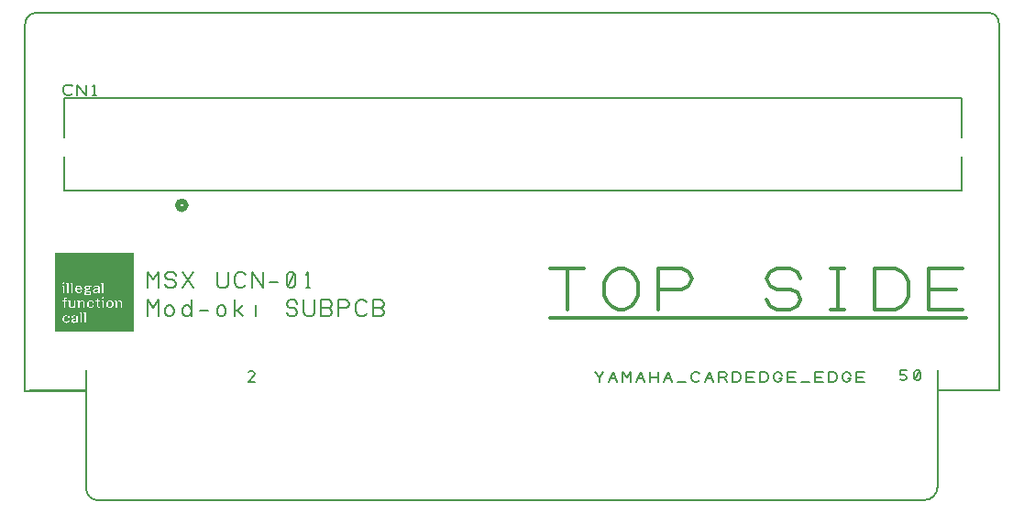
<source format=gbr>
G04 DesignSpark PCB PRO Gerber Version 10.0 Build 5299*
G04 #@! TF.Part,Single*
G04 #@! TF.FileFunction,Legend,Top*
G04 #@! TF.FilePolarity,Positive*
%FSLAX35Y35*%
%MOIN*%
%ADD80C,0.00197*%
%ADD23C,0.00500*%
%ADD117C,0.00600*%
%ADD82C,0.00787*%
%ADD134C,0.01181*%
%ADD118C,0.02000*%
G04 #@! TD.AperFunction*
X0Y0D02*
D02*
D23*
X133632Y161546D02*
X133320Y161233D01*
X132694Y160920D01*
X131757D01*
X131132Y161233D01*
X130820Y161546D01*
X130507Y162170D01*
Y163420D01*
X130820Y164046D01*
X131132Y164358D01*
X131757Y164670D01*
X132694D01*
X133320Y164358D01*
X133632Y164046D01*
X135507Y160920D02*
Y164670D01*
X138632Y160920D01*
Y164670D01*
X141132Y160920D02*
X142382D01*
X141757D02*
Y164670D01*
X141132Y164046D01*
X142863Y13541D02*
X443513D01*
G75*
G03*
X448256Y18283I0J4743D01*
G01*
Y53391D01*
X470596D01*
Y187243D01*
G75*
G03*
X467023Y190816I-3573J0D01*
G01*
X120594D01*
G75*
G03*
X116529Y186751I0J-4065D01*
G01*
Y53142D01*
X138744D01*
Y17659D01*
G75*
G03*
X142863Y13541I4119J0D01*
G01*
X325251Y56439D02*
Y58315D01*
X323689Y60189D01*
X325251Y58315D02*
X326814Y60189D01*
X328689Y56439D02*
X330251Y60189D01*
X331814Y56439D01*
X329314Y58002D02*
X331189D01*
X333689Y56439D02*
Y60189D01*
X335251Y58315D01*
X336814Y60189D01*
Y56439D01*
X338689D02*
X340251Y60189D01*
X341814Y56439D01*
X339314Y58002D02*
X341189D01*
X343689Y56439D02*
Y60189D01*
Y58315D02*
X346814D01*
Y56439D02*
Y60189D01*
X348689Y56439D02*
X350251Y60189D01*
X351814Y56439D01*
X349314Y58002D02*
X351189D01*
X353689Y56439D02*
X356814D01*
X361814Y57065D02*
X361501Y56752D01*
X360876Y56439D01*
X359939D01*
X359314Y56752D01*
X359001Y57065D01*
X358689Y57689D01*
Y58939D01*
X359001Y59565D01*
X359314Y59877D01*
X359939Y60189D01*
X360876D01*
X361501Y59877D01*
X361814Y59565D01*
X363689Y56439D02*
X365251Y60189D01*
X366814Y56439D01*
X364314Y58002D02*
X366189D01*
X368689Y56439D02*
Y60189D01*
X370876D01*
X371501Y59877D01*
X371814Y59252D01*
X371501Y58627D01*
X370876Y58315D01*
X368689D01*
X370876D02*
X371814Y56439D01*
X373689D02*
Y60189D01*
X375564D01*
X376189Y59877D01*
X376501Y59565D01*
X376814Y58939D01*
Y57689D01*
X376501Y57065D01*
X376189Y56752D01*
X375564Y56439D01*
X373689D01*
X378689D02*
Y60189D01*
X381814D01*
X381189Y58315D02*
X378689D01*
Y56439D02*
X381814D01*
X383689D02*
Y60189D01*
X385564D01*
X386189Y59877D01*
X386501Y59565D01*
X386814Y58939D01*
Y57689D01*
X386501Y57065D01*
X386189Y56752D01*
X385564Y56439D01*
X383689D01*
X390876Y58002D02*
X391814D01*
Y57689D01*
X391501Y57065D01*
X391189Y56752D01*
X390564Y56439D01*
X389939D01*
X389314Y56752D01*
X389001Y57065D01*
X388689Y57689D01*
Y58939D01*
X389001Y59565D01*
X389314Y59877D01*
X389939Y60189D01*
X390564D01*
X391189Y59877D01*
X391501Y59565D01*
X391814Y58939D01*
X393689Y56439D02*
Y60189D01*
X396814D01*
X396189Y58315D02*
X393689D01*
Y56439D02*
X396814D01*
X398689D02*
X401814D01*
X403689D02*
Y60189D01*
X406814D01*
X406189Y58315D02*
X403689D01*
Y56439D02*
X406814D01*
X408689D02*
Y60189D01*
X410564D01*
X411189Y59877D01*
X411501Y59565D01*
X411814Y58939D01*
Y57689D01*
X411501Y57065D01*
X411189Y56752D01*
X410564Y56439D01*
X408689D01*
X415876Y58002D02*
X416814D01*
Y57689D01*
X416501Y57065D01*
X416189Y56752D01*
X415564Y56439D01*
X414939D01*
X414314Y56752D01*
X414001Y57065D01*
X413689Y57689D01*
Y58939D01*
X414001Y59565D01*
X414314Y59877D01*
X414939Y60189D01*
X415564D01*
X416189Y59877D01*
X416501Y59565D01*
X416814Y58939D01*
X418689Y56439D02*
Y60189D01*
X421814D01*
X421189Y58315D02*
X418689D01*
Y56439D02*
X421814D01*
D02*
D80*
X127288Y75302D02*
X155589D01*
X127288Y75802D02*
X155589D01*
X127288Y76302D02*
X155589D01*
X127288Y77102D02*
X155589D01*
X127288Y77602D02*
X155589D01*
X127288Y78102D02*
X131088D01*
X127288Y78602D02*
X130189D01*
X127288Y79102D02*
X129888D01*
X127288Y79602D02*
X129888D01*
X127288Y80102D02*
X129989D01*
X127288Y80602D02*
X130188D01*
X127288Y80902D02*
X130588D01*
X127288Y81402D02*
X136289D01*
X127288Y81902D02*
X135988D01*
X127288Y82402D02*
X155589D01*
X127288Y82902D02*
X155589D01*
X127288Y83402D02*
X155589D01*
X127288Y83902D02*
X130289Y83902D01*
X127288Y84402D02*
X130289Y84402D01*
X127288Y84702D02*
X130289Y84702D01*
X127288Y85202D02*
X130289Y85202D01*
X127288Y85702D02*
X130289D01*
X127288Y86202D02*
X129789D01*
X127288Y86702D02*
X130289D01*
X127288Y87202D02*
X130389Y87202D01*
X127288Y87702D02*
X155589D01*
X127288Y88202D02*
X138489Y88202D01*
X127288Y88502D02*
X137789D01*
X127288Y89002D02*
X135289D01*
X127288Y89502D02*
X129989D01*
X127288Y90002D02*
X129989D01*
X127288Y90502D02*
X129989D01*
X127288Y91002D02*
X129989D01*
X127288Y91502D02*
X129689D01*
X127288Y92002D02*
X131489D01*
X127288Y92802D02*
X129888D01*
X127288Y93302D02*
X155589D01*
X127288Y93802D02*
X155589D01*
X127288Y94302D02*
X155589D01*
X127288Y94802D02*
X155589D01*
X127288Y95302D02*
X155589D01*
X127288Y95802D02*
X155589D01*
X127288Y96602D02*
X155589D01*
X127288Y97102D02*
X155589D01*
X127288Y97602D02*
X155589D01*
X127288Y98102D02*
X155589D01*
X127288Y98602D02*
X155589D01*
X127288Y99102D02*
X155589D01*
X127288Y99602D02*
X155589D01*
X127288Y100102D02*
X155589D01*
X127288Y100402D02*
X155589D01*
X127288Y100902D02*
X155589D01*
X127288Y101402D02*
X155589D01*
X127288Y101902D02*
X155589D01*
X127288Y102402D02*
X155589D01*
X127288Y102902D02*
X155589D01*
X127288Y103402D02*
X155589D01*
X127289Y75402D02*
X155589Y75402D01*
X127289Y75502D02*
X155589D01*
X127289Y75602D02*
X155589Y75603D01*
X127289Y75702D02*
X155588D01*
X127289Y75902D02*
X155589D01*
X127289Y76002D02*
X155589D01*
X127289Y76102D02*
X155589Y76102D01*
X127289Y76202D02*
X155588D01*
X127289Y76402D02*
X155589D01*
X127289Y76502D02*
X155589Y76502D01*
X127289Y76602D02*
X155589Y76602D01*
X127289Y76702D02*
X155588D01*
X127289Y76802D02*
X155589D01*
X127289Y76902D02*
X155589D01*
X127289Y77002D02*
X155589Y77002D01*
X127289Y77202D02*
X155588D01*
X127289Y77302D02*
X155589D01*
X127289Y77402D02*
X155589D01*
X127289Y77502D02*
X155589Y77502D01*
X127289Y77702D02*
X155589Y77702D01*
X127289Y77802D02*
X155589D01*
X127289Y77902D02*
X155589D01*
X127289Y78002D02*
X155589Y78002D01*
X127289Y78202D02*
X130689Y78202D01*
X127289Y78302D02*
X130489D01*
X127289Y78402D02*
X130288Y78402D01*
X127289Y78502D02*
X130189Y78502D01*
X127289Y78702D02*
X130089D01*
X127289Y78802D02*
X129989D01*
X127289Y78902D02*
X129989Y78902D01*
X127289Y79002D02*
X129988D01*
X127289Y79202D02*
X129889D01*
X127289Y79302D02*
X129889D01*
X127289Y79402D02*
X129889D01*
X127289Y79502D02*
X129889D01*
X127289Y79702D02*
X129889D01*
X127289Y79802D02*
X129889D01*
X127289Y79902D02*
X129888Y79902D01*
X127289Y80002D02*
X129889D01*
X127289Y80202D02*
X129988D01*
X127289Y80302D02*
X129988D01*
X127289Y80402D02*
X130088Y80402D01*
X127289Y80502D02*
X130188D01*
X127289Y80702D02*
X130288D01*
X127289Y80802D02*
X130488D01*
X127289Y81002D02*
X130889D01*
X127289Y81102D02*
X136289D01*
X127289Y81202D02*
X136289D01*
X127289Y81302D02*
X136289Y81302D01*
X127289Y81502D02*
X136288D01*
X127289Y81602D02*
X135989Y81601D01*
X127289Y81702D02*
X135989D01*
X127289Y81802D02*
X135988Y81802D01*
X127289Y82002D02*
X135989Y82002D01*
X127289Y82102D02*
X155589D01*
X127289Y82202D02*
X155589D01*
X127289Y82302D02*
X155588D01*
X127289Y82502D02*
X155589Y82502D01*
X127289Y82602D02*
X155589D01*
X127289Y82702D02*
X155588Y82702D01*
X127289Y82802D02*
X155588D01*
X127289Y83002D02*
X155589Y83002D01*
X127289Y83102D02*
X155589D01*
X127289Y83202D02*
X155588Y83202D01*
X127289Y83302D02*
X155588D01*
X127289Y83502D02*
X155589D01*
X127289Y83602D02*
X132688Y83602D01*
X127289Y83702D02*
X130288Y83702D01*
X127289Y83802D02*
X130288D01*
X127289Y84002D02*
X130289Y84002D01*
X127289Y84102D02*
X130288D01*
X127289Y84202D02*
X130289D01*
X127289Y84302D02*
X130288D01*
X127289Y84502D02*
X130289Y84502D01*
X127289Y84602D02*
X130288D01*
X127289Y84802D02*
X130288D01*
X127289Y84902D02*
X130289D01*
X127289Y85002D02*
X130288D01*
X127289Y85102D02*
X130288D01*
X127289Y85302D02*
X130288D01*
X127289Y85402D02*
X130289D01*
X127289Y85502D02*
X130288Y85502D01*
X127289Y85602D02*
X130288D01*
X127289Y85802D02*
X129788D01*
X127289Y85902D02*
X129789D01*
X127289Y86002D02*
X129788Y86002D01*
X127289Y86102D02*
X129788D01*
X127289Y86302D02*
X129789Y86301D01*
X127289Y86402D02*
X130289D01*
X127289Y86502D02*
X130288Y86502D01*
X127289Y86602D02*
X130288D01*
X127289Y86802D02*
X130289Y86801D01*
X127289Y86902D02*
X130289D01*
X127289Y87002D02*
X130288Y87002D01*
X127289Y87102D02*
X130288D01*
X127289Y87302D02*
X130389D01*
X127289Y87402D02*
X130489D01*
X127289Y87502D02*
X130788Y87502D01*
X127289Y87602D02*
X144388D01*
X127289Y87802D02*
X155589D01*
X127289Y87902D02*
X155589Y87902D01*
X127289Y88002D02*
X155589Y88002D01*
X127289Y88102D02*
X155588D01*
X127289Y88302D02*
X138088D01*
X127289Y88402D02*
X137888D01*
X127289Y88602D02*
X137788D01*
X127289Y88702D02*
X137688D01*
X127289Y88802D02*
X137689D01*
X127289Y88902D02*
X137689D01*
X127289Y89102D02*
X129988D01*
X127289Y89202D02*
X129989D01*
X127289Y89302D02*
X129988D01*
X127289Y89402D02*
X129988D01*
X127289Y89602D02*
X129988D01*
X127289Y89702D02*
X129989D01*
X127289Y89802D02*
X129989Y89802D01*
X127289Y89902D02*
X129988D01*
X127289Y90102D02*
X129988D01*
X127289Y90202D02*
X129989D01*
X127289Y90302D02*
X129989D01*
X127289Y90402D02*
X129988D01*
X127289Y90602D02*
X129988D01*
X127289Y90702D02*
X129989D01*
X127289Y90802D02*
X129989Y90802D01*
X127289Y90902D02*
X129988D01*
X127289Y91102D02*
X129988D01*
X127289Y91202D02*
X129689D01*
X127289Y91302D02*
X129689Y91302D01*
X127289Y91402D02*
X129688D01*
X127289Y91602D02*
X129689D01*
X127289Y91702D02*
X129689Y91702D01*
X127289Y91802D02*
X131489Y91802D01*
X127289Y91902D02*
X131488D01*
X127289Y92102D02*
X131489D01*
X127289Y92202D02*
X130089D01*
X127289Y92302D02*
X129989Y92302D01*
X127289Y92402D02*
X129889D01*
X127289Y92502D02*
X129889Y92502D01*
X127289Y92602D02*
X129889D01*
X127289Y92702D02*
X129888Y92702D01*
X127289Y92902D02*
X129988D01*
X127289Y93002D02*
X130088D01*
X127289Y93102D02*
X155589D01*
X127289Y93202D02*
X155589Y93202D01*
X127289Y93402D02*
X155589Y93402D01*
X127289Y93502D02*
X155589D01*
X127289Y93602D02*
X155589D01*
X127289Y93702D02*
X155589Y93702D01*
X127289Y93902D02*
X155589Y93902D01*
X127289Y94002D02*
X155589D01*
X127289Y94102D02*
X155589D01*
X127289Y94202D02*
X155588D01*
X127289Y94402D02*
X155589Y94402D01*
X127289Y94502D02*
X155589D01*
X127289Y94602D02*
X155588Y94602D01*
X127289Y94702D02*
X155588D01*
X127289Y94902D02*
X155589Y94902D01*
X127289Y95002D02*
X155589D01*
X127289Y95102D02*
X155589Y95103D01*
X127289Y95202D02*
X155588D01*
X127289Y95402D02*
X155589D01*
X127289Y95502D02*
X155589D01*
X127289Y95602D02*
X155589Y95602D01*
X127289Y95702D02*
X155588D01*
X127289Y95902D02*
X155589D01*
X127289Y96002D02*
X155589Y96002D01*
X127289Y96102D02*
X155589Y96102D01*
X127289Y96202D02*
X155588D01*
X127289Y96302D02*
X155589D01*
X127289Y96402D02*
X155589D01*
X127289Y96502D02*
X155589Y96502D01*
X127289Y96702D02*
X155588D01*
X127289Y96802D02*
X155589D01*
X127289Y96902D02*
X155589D01*
X127289Y97002D02*
X155589Y97002D01*
X127289Y97202D02*
X155589Y97202D01*
X127289Y97302D02*
X155589D01*
X127289Y97402D02*
X155589D01*
X127289Y97502D02*
X155589Y97502D01*
X127289Y97702D02*
X155589Y97702D01*
X127289Y97802D02*
X155589D01*
X127289Y97902D02*
X155589D01*
X127289Y98002D02*
X155588D01*
X127289Y98202D02*
X155589Y98202D01*
X127289Y98302D02*
X155589D01*
X127289Y98402D02*
X155588Y98402D01*
X127289Y98502D02*
X155588D01*
X127289Y98702D02*
X155589Y98702D01*
X127289Y98802D02*
X155589D01*
X127289Y98902D02*
X155589Y98903D01*
X127289Y99002D02*
X155588D01*
X127289Y99202D02*
X155589D01*
X127289Y99302D02*
X155589D01*
X127289Y99402D02*
X155589Y99402D01*
X127289Y99502D02*
X155588D01*
X127289Y99702D02*
X155589D01*
X127289Y99802D02*
X155589Y99802D01*
X127289Y99902D02*
X155589Y99902D01*
X127289Y100002D02*
X155588D01*
X127289Y100202D02*
X155589D01*
X127289Y100302D02*
X155589Y100302D01*
X127289Y100502D02*
X155588D01*
X127289Y100602D02*
X155589D01*
X127289Y100702D02*
X155589D01*
X127289Y100802D02*
X155589Y100802D01*
X127289Y101002D02*
X155589Y101002D01*
X127289Y101102D02*
X155589D01*
X127289Y101202D02*
X155589D01*
X127289Y101302D02*
X155589Y101302D01*
X127289Y101502D02*
X155589D01*
X127289Y101602D02*
X155589D01*
X127289Y101702D02*
X155589D01*
X127289Y101802D02*
X155588D01*
X127289Y102002D02*
X155589Y102002D01*
X127289Y102102D02*
X155589D01*
X127289Y102202D02*
X155588Y102202D01*
X127289Y102302D02*
X155588D01*
X127289Y102502D02*
X155589Y102502D01*
X127289Y102602D02*
X155589D01*
X127289Y102702D02*
X155588Y102702D01*
X127289Y102802D02*
X155588D01*
X127289Y103002D02*
X155589D01*
X127289Y103102D02*
X155589D01*
X127289Y103202D02*
X155589Y103202D01*
X127289Y103302D02*
X155588D01*
X127289Y103502D02*
X155589D01*
X130788Y79402D02*
X133188Y79402D01*
X130788Y79502D02*
X133288D01*
X130789Y79302D02*
X133088D01*
X130789Y79602D02*
X133388D01*
X130789Y79702D02*
X133589Y79701D01*
X130789Y79802D02*
X133788D01*
X130789Y92202D02*
X131489D01*
X130789Y93002D02*
X155589D01*
X130888Y89502D02*
X131489D01*
X130888Y90002D02*
X131489D01*
X130888Y90502D02*
X131489D01*
X130888Y92802D02*
X131188D01*
X130889Y79002D02*
X131889D01*
X130889Y79102D02*
X131888Y79102D01*
X130889Y79202D02*
X131889D01*
X130889Y79902D02*
X131888Y79902D01*
X130889Y80002D02*
X131889D01*
X130889Y80102D02*
X131888Y80102D01*
X130889Y89102D02*
X131488D01*
X130889Y89302D02*
X131489D01*
X130889Y89403D02*
X131488Y89402D01*
X130889Y89602D02*
X131488D01*
X130889Y89802D02*
X131489Y89802D01*
X130889Y89902D02*
X131488D01*
X130889Y90102D02*
X131488D01*
X130889Y90302D02*
X131489Y90302D01*
X130889Y90402D02*
X131488D01*
X130889Y90602D02*
X131488D01*
X130889Y90802D02*
X131489Y90802D01*
X130889Y90902D02*
X131488D01*
X130889Y91002D02*
X131489Y91002D01*
X130889Y91102D02*
X131488D01*
X130889Y91302D02*
X131489Y91302D01*
X130889Y91402D02*
X131488D01*
X130889Y91502D02*
X131489Y91502D01*
X130889Y91602D02*
X131488D01*
X130889Y92302D02*
X131489Y92302D01*
X130889Y92402D02*
X131189Y92402D01*
X130889Y92902D02*
X131189Y92902D01*
X130889Y89202D02*
X131489D01*
X130889Y89702D02*
X131489D01*
X130889Y90202D02*
X131489D01*
X130889Y90702D02*
X131489D01*
X130889Y91202D02*
X131489D01*
X130889Y91702D02*
X131489D01*
X130889Y92702D02*
X131188Y92702D01*
X130988Y80202D02*
X131789D01*
X130989Y78902D02*
X131788Y78902D01*
X130989Y80302D02*
X131789D01*
X130989Y92502D02*
X131189Y92501D01*
X130989Y92602D02*
X131189D01*
X131089Y78802D02*
X131688D01*
X131188Y86402D02*
X136589D01*
X131188Y80402D02*
X131589Y80402D01*
X131188Y83702D02*
X132489D01*
X131188Y83802D02*
X132389Y83802D01*
X131188Y83902D02*
X132289D01*
X131188Y84102D02*
X132188Y84102D01*
X131188Y84202D02*
X132188D01*
X131188Y84302D02*
X132189Y84302D01*
X131188Y84602D02*
X132188D01*
X131188Y84702D02*
X132188D01*
X131188Y85002D02*
X132189D01*
X131188Y85102D02*
X132188D01*
X131188Y85202D02*
X132188D01*
X131188Y85401D02*
X132189D01*
X131188Y85502D02*
X132189D01*
X131188Y85602D02*
X132188D01*
X131188Y85702D02*
X132188D01*
X131188Y86502D02*
X142289Y86502D01*
X131188Y86702D02*
X142288D01*
X131188Y86902D02*
X142289D01*
X131189Y84002D02*
X132289D01*
X131189Y84401D02*
X132189D01*
X131189Y84502D02*
X132189D01*
X131189Y84802D02*
X132189Y84802D01*
X131189Y84901D02*
X132189D01*
X131189Y85302D02*
X132189Y85302D01*
X131189Y86602D02*
X142289Y86602D01*
X131189Y86802D02*
X142289D01*
X131289Y78701D02*
X131589Y78702D01*
X131688Y78102D02*
X133789D01*
X131788Y86102D02*
X131889D01*
X131788Y87002D02*
X142289Y87002D01*
X131788Y87102D02*
X142289D01*
X131788Y87502D02*
X144288Y87502D01*
X131789Y85802D02*
X131889D01*
X131789Y85902D02*
X131888D01*
X131789Y86202D02*
X131888D01*
X131789Y86302D02*
X131889Y86302D01*
X131789Y87202D02*
X142289Y87202D01*
X131789Y87302D02*
X144189Y87302D01*
X131789Y87402D02*
X144189D01*
X131789Y86002D02*
X131888Y86002D01*
X131889Y81002D02*
X133889D01*
X132089Y78201D02*
X133389Y78202D01*
X132188Y80902D02*
X133589Y80902D01*
X132189Y78302D02*
X133289Y78302D01*
X132289Y80802D02*
X133389Y80802D01*
X132388Y78402D02*
X133189Y78402D01*
X132388Y89202D02*
X132989D01*
X132388Y89502D02*
X132989D01*
X132388Y89702D02*
X132989D01*
X132388Y89802D02*
X132989D01*
X132388Y90002D02*
X132989D01*
X132388Y90202D02*
X132989D01*
X132388Y90302D02*
X132989D01*
X132388Y90502D02*
X132989D01*
X132388Y90702D02*
X132989D01*
X132388Y90802D02*
X132989D01*
X132388Y91002D02*
X132989D01*
X132388Y91302D02*
X132989D01*
X132388Y91502D02*
X132989D01*
X132388Y91802D02*
X132989D01*
X132388Y92002D02*
X132989D01*
X132388Y92302D02*
X132989D01*
X132388Y92502D02*
X132689Y92501D01*
X132388Y92802D02*
X132688D01*
X132389Y89102D02*
X132988D01*
X132389Y89302D02*
X132989D01*
X132389Y89402D02*
X132989Y89402D01*
X132389Y89602D02*
X132988D01*
X132389Y89902D02*
X132989Y89902D01*
X132389Y90102D02*
X132988D01*
X132389Y90402D02*
X132988D01*
X132389Y90602D02*
X132989D01*
X132389Y90902D02*
X132988D01*
X132389Y91102D02*
X132989D01*
X132389Y91202D02*
X132989D01*
X132389Y91402D02*
X132988D01*
X132389Y91602D02*
X132989D01*
X132389Y91702D02*
X132989Y91702D01*
X132389Y91902D02*
X132988D01*
X132389Y92102D02*
X132989D01*
X132389Y92202D02*
X132989Y92202D01*
X132389Y92402D02*
X132689D01*
X132389Y92602D02*
X132689D01*
X132389Y92702D02*
X132688Y92702D01*
X132389Y92902D02*
X132689D01*
X132488Y78502D02*
X133088D01*
X132489Y78602D02*
X133088Y78602D01*
X132489Y80702D02*
X133289D01*
X132588Y78802D02*
X132989D01*
X132588Y80502D02*
X133088D01*
X132589Y78701D02*
X133089D01*
X132589Y80602D02*
X133189Y80601D01*
X132688Y78902D02*
X132989D01*
X132688Y79102D02*
X133089Y79102D01*
X132688Y79902D02*
X134088Y79902D01*
X132688Y80302D02*
X133088Y80302D01*
X132688Y80402D02*
X133089Y80402D01*
X132689Y79002D02*
X132988Y79002D01*
X132689Y79202D02*
X133089Y79201D01*
X132689Y80002D02*
X133088D01*
X132689Y80101D02*
X133089Y80102D01*
X132689Y80202D02*
X133088D01*
Y84502D02*
X133989D01*
X133088Y84302D02*
X133889D01*
X133088Y84602D02*
X133988D01*
X133088Y84802D02*
X133988D01*
X133088Y85002D02*
X133989D01*
X133088Y85102D02*
X133988D01*
X133088Y85202D02*
X133989Y85202D01*
X133088Y85302D02*
X133988D01*
X133088Y85502D02*
X133989D01*
X133088Y85602D02*
X133989Y85602D01*
X133088Y85702D02*
X133989Y85702D01*
X133088Y85802D02*
X133989Y85802D01*
X133088Y86002D02*
X133989D01*
X133088Y86102D02*
X133989Y86102D01*
X133088Y86202D02*
X133989Y86202D01*
X133089Y84402D02*
X133988Y84402D01*
X133089Y84702D02*
X133989Y84702D01*
X133089Y84902D02*
X133988D01*
X133089Y85402D02*
X133988D01*
X133089Y85902D02*
X133988D01*
X133089Y86301D02*
X133989Y86302D01*
X133188Y84202D02*
X133688D01*
X133289Y84102D02*
X133489Y84102D01*
X133888Y89202D02*
X134789D01*
X133888Y89502D02*
X134589D01*
X133888Y90002D02*
X134388D01*
X133888Y90502D02*
X134388D01*
X133888Y91002D02*
X134488D01*
X133888Y91302D02*
X134588Y91302D01*
X133888Y91502D02*
X134789D01*
X133888Y91802D02*
X135289D01*
X133888Y92002D02*
X144189D01*
X133888Y92302D02*
X144189D01*
X133888Y92502D02*
X143889D01*
X133888Y92802D02*
X143889D01*
X133889Y80002D02*
X134588D01*
X133889Y83602D02*
X139488D01*
X133889Y89102D02*
X134989Y89102D01*
X133889Y89302D02*
X134689D01*
X133889Y89402D02*
X134588D01*
X133889Y89602D02*
X134489Y89602D01*
X133889Y89702D02*
X134488D01*
X133889Y89802D02*
X134389D01*
X133889Y89902D02*
X134389D01*
X133889Y90102D02*
X134389D01*
X133889Y90202D02*
X134389D01*
X133889Y90302D02*
X134389D01*
X133889Y90402D02*
X134389D01*
X133889Y90602D02*
X134389D01*
X133889Y90702D02*
X134389D01*
X133889Y90802D02*
X134389D01*
X133889Y90902D02*
X134389D01*
X133889Y91102D02*
X134489D01*
X133889Y91202D02*
X134488D01*
X133889Y91402D02*
X134689D01*
X133889Y91602D02*
X134889D01*
X133889Y91702D02*
X134988D01*
X133889Y91902D02*
X144188D01*
X133889Y92102D02*
X144189D01*
X133889Y92202D02*
X144189Y92202D01*
X133889Y92402D02*
X143888D01*
X133889Y92602D02*
X143889D01*
X133889Y92702D02*
X143889Y92702D01*
X133889Y92902D02*
X143888D01*
X133988Y78802D02*
X134589D01*
X133989Y78902D02*
X134689Y78902D01*
X133989Y79002D02*
X134788Y79002D01*
X133989Y79102D02*
X134888D01*
X133989Y80101D02*
X134888Y80102D01*
X133989Y80202D02*
X134788D01*
X134088Y80302D02*
X134789Y80302D01*
X134088Y83702D02*
X134089Y78701D02*
X134288Y78702D01*
X134089Y79201D02*
X134889Y79202D01*
X134188Y80402D02*
X134589Y80402D01*
X134289Y78102D02*
X155589D01*
X134289Y79302D02*
X134889D01*
X134588Y79402D02*
X134889Y79402D01*
X134689Y78202D02*
X155589Y78202D01*
X134888Y83902D02*
X135488D01*
X134888Y84402D02*
X135489Y84401D01*
X134888Y84702D02*
X135488D01*
X134888Y85202D02*
X135488D01*
X134888Y85702D02*
X135488D01*
X134888Y86202D02*
X135188D01*
X134889Y78302D02*
X134988D01*
X134889Y81002D02*
X136288D01*
X134889Y83702D02*
X135488Y83702D01*
X134889Y83802D02*
X135488Y83802D01*
X134889Y84002D02*
X135489D01*
X134889Y84102D02*
X135488Y84102D01*
X134889Y84202D02*
X135488Y84202D01*
X134889Y84302D02*
X135489D01*
X134889Y84502D02*
X135489D01*
X134889Y84602D02*
X135488Y84602D01*
X134889Y84802D02*
X135489D01*
X134889Y84902D02*
X135489Y84901D01*
X134889Y85002D02*
X135489D01*
X134889Y85102D02*
X135488Y85102D01*
X134889Y85302D02*
X135489Y85302D01*
X134889Y85402D02*
X135489Y85401D01*
X134889Y85502D02*
X135488D01*
X134889Y85602D02*
X135488Y85602D01*
X134889Y85802D02*
X135189D01*
X134889Y85902D02*
X135189D01*
X134889Y86002D02*
X135189D01*
X134889Y86102D02*
X135189D01*
X134889Y86302D02*
X135189D01*
Y80902D02*
X136289Y80902D01*
X135288Y90102D02*
X137989D01*
X135289Y90002D02*
X136488D01*
X135289Y90202D02*
X138089D01*
X135388Y91002D02*
X136289D01*
X135389Y80802D02*
X136289Y80802D01*
X135389Y89802D02*
X136489D01*
X135389Y89902D02*
X136489Y89902D01*
X135389Y90902D02*
X136288D01*
X135488Y89701D02*
X136389Y89702D01*
X135489Y80702D02*
X136289D01*
X135489Y91102D02*
X136189D01*
X135588Y89602D02*
X136288D01*
X135589Y80602D02*
X136289D01*
X135589Y91202D02*
X136089D01*
X135688Y80402D02*
X136289D01*
X135689Y80302D02*
X136289Y80302D01*
X135689Y80502D02*
X136288D01*
X135788Y78502D02*
X136288D01*
X135788Y78702D02*
X136288D01*
X135788Y79002D02*
X136288D01*
X135788Y79202D02*
X136288D01*
X135788Y79502D02*
X136288D01*
X135788Y79702D02*
X136289D01*
X135788Y80002D02*
X136288D01*
X135789Y78402D02*
X136289D01*
X135789Y78602D02*
X136289D01*
X135789Y78802D02*
X136289D01*
X135789Y78902D02*
X136289D01*
X135789Y79102D02*
X136289D01*
X135789Y79302D02*
X136289D01*
X135789Y79402D02*
X136289D01*
X135789Y79602D02*
X136289D01*
X135789Y79802D02*
X136289D01*
X135789Y79902D02*
X136289D01*
X135789Y80102D02*
X136289D01*
X135789Y80202D02*
X136289D01*
X135789Y91302D02*
X135888D01*
X135889Y78302D02*
X136289D01*
X136288Y86302D02*
X136389Y86301D01*
X136388Y84002D02*
X137289D01*
X136388Y84502D02*
X137289D01*
X136388Y85002D02*
X137289D01*
X136388Y83702D02*
X137289Y83702D01*
X136388Y83802D02*
X137288D01*
X136388Y84102D02*
X137289Y84102D01*
X136388Y84302D02*
X137288D01*
X136388Y84602D02*
X137289D01*
X136388Y84702D02*
X137289Y84702D01*
X136388Y84802D02*
X137288D01*
X136388Y85102D02*
X137289Y85102D01*
X136388Y85202D02*
X137289Y85202D01*
X136388Y85302D02*
X137288D01*
X136388Y85502D02*
X137289D01*
X136389Y83902D02*
X137289Y83902D01*
X136389Y84202D02*
X137289Y84202D01*
X136389Y84402D02*
X137289Y84402D01*
X136389Y84902D02*
X137289D01*
X136389Y85402D02*
X137289D01*
X136389Y91802D02*
X138389D01*
X136488Y85602D02*
X137289Y85602D01*
X136488Y89002D02*
X137688D01*
X136589Y85702D02*
X137289D01*
X136689Y85802D02*
X137189D01*
X136689Y89102D02*
X137689D01*
X136689Y91702D02*
X138189D01*
X136789Y91602D02*
X137989D01*
X136889Y89202D02*
X137788D01*
X136889Y91502D02*
X137989D01*
X136989Y89302D02*
X137789D01*
X136989Y91402D02*
X137888D01*
X137089Y89402D02*
X137989Y89403D01*
X137089Y91302D02*
X137789Y91302D01*
X137188Y78302D02*
X137788D01*
X137188Y78602D02*
X137789D01*
X137188Y78902D02*
X137789D01*
X137188Y79102D02*
X137789D01*
X137188Y79402D02*
X137789D01*
X137188Y79602D02*
X137789D01*
X137188Y79902D02*
X137789D01*
X137188Y80102D02*
X137789Y80101D01*
X137188Y80402D02*
X137789D01*
X137188Y80602D02*
X137788D01*
X137188Y80902D02*
X137789D01*
X137188Y81102D02*
X137788D01*
X137188Y81402D02*
X137789D01*
X137188Y81602D02*
X137489Y81602D01*
X137188Y81902D02*
X137488D01*
X137188Y89502D02*
X137988D01*
X137188Y89702D02*
X137889D01*
X137188Y91002D02*
X137789D01*
X137189Y78402D02*
X137789Y78402D01*
X137189Y78502D02*
X137789Y78502D01*
X137189Y78702D02*
X137789Y78702D01*
X137189Y78802D02*
X137788D01*
X137189Y79002D02*
X137789Y79002D01*
X137189Y79202D02*
X137789D01*
X137189Y79302D02*
X137788D01*
X137189Y79502D02*
X137788D01*
X137189Y79702D02*
X137789D01*
X137189Y79802D02*
X137787D01*
X137189Y80002D02*
X137788D01*
X137189Y80202D02*
X137789D01*
X137189Y80302D02*
X137788D01*
X137189Y80502D02*
X137788D01*
X137189Y80702D02*
X137789D01*
X137189Y80802D02*
X137788D01*
X137189Y81002D02*
X137788D01*
X137189Y81202D02*
X137789D01*
X137189Y81302D02*
X137788D01*
X137189Y81502D02*
X137788D01*
X137189Y81702D02*
X137489D01*
X137189Y81802D02*
X137488Y81802D01*
X137189Y82002D02*
X137489D01*
X137189Y89602D02*
X137888D01*
X137189Y91102D02*
X137789D01*
X137189Y91202D02*
X137788D01*
X137288Y90902D02*
X137789Y90902D01*
X137289Y89802D02*
X137888Y89802D01*
X137289Y89902D02*
X137888Y89902D01*
X137289Y90002D02*
X137889D01*
X137289Y90302D02*
X138089D01*
X137289Y90402D02*
X137989Y90402D01*
X137289Y90502D02*
X137889D01*
X137289Y90602D02*
X137789D01*
X137289Y90702D02*
X137788D01*
X137289Y90802D02*
X137789D01*
X137689Y86402D02*
X139689D01*
X137889Y86301D02*
X139389Y86302D01*
X137988Y86202D02*
X139188D01*
X138088Y86102D02*
X139088D01*
X138089Y86002D02*
X138989Y86002D01*
X138188Y83902D02*
X139089D01*
X138188Y84202D02*
X138889Y84202D01*
X138188Y84402D02*
X138789Y84401D01*
X138188Y84702D02*
X138688D01*
X138188Y84902D02*
X138689D01*
X138188Y85202D02*
X138688D01*
X138188Y85702D02*
X138788D01*
X138189Y83702D02*
X139288Y83702D01*
X138189Y83802D02*
X139189D01*
X138189Y84002D02*
X138989D01*
X138189Y84102D02*
X138889Y84102D01*
X138189Y84302D02*
X138788Y84302D01*
X138189Y84502D02*
X138789D01*
X138189Y84602D02*
X138689D01*
X138189Y84802D02*
X138689D01*
X138189Y85002D02*
X138689D01*
X138189Y85102D02*
X138689D01*
X138189Y85302D02*
X138689D01*
X138189Y85402D02*
X138689D01*
X138189Y85502D02*
X138788D01*
X138189Y85602D02*
X138788Y85602D01*
X138189Y85802D02*
X138888D01*
X138189Y85902D02*
X138889D01*
X138588Y88902D02*
X139689D01*
X138588Y89102D02*
X139588D01*
X138589Y89002D02*
X139689Y89002D01*
X138688Y78602D02*
X155589D01*
X138688Y79102D02*
X155589D01*
X138688Y79602D02*
X155589D01*
X138688Y80102D02*
X155589D01*
X138688Y80402D02*
X155589D01*
X138688Y80602D02*
X155589D01*
X138688Y80902D02*
X155589D01*
X138688Y81402D02*
X155589D01*
X138688Y81902D02*
X155589D01*
X138688Y91002D02*
X139288D01*
X138689Y78302D02*
X155589D01*
X138689Y78402D02*
X155589D01*
X138689Y78502D02*
X155588D01*
X138689Y78702D02*
X155589Y78702D01*
X138689Y78802D02*
X155589D01*
X138689Y78902D02*
X155588Y78902D01*
X138689Y79002D02*
X155588D01*
X138689Y79202D02*
X155589Y79202D01*
X138689Y79302D02*
X155589D01*
X138689Y79402D02*
X155589Y79403D01*
X138689Y79502D02*
X155588D01*
X138689Y79702D02*
X155589D01*
X138689Y79802D02*
X155589D01*
X138689Y79902D02*
X155589Y79902D01*
X138689Y80002D02*
X155588D01*
X138689Y80202D02*
X155589D01*
X138689Y80302D02*
X155589Y80302D01*
X138689Y80502D02*
X155588D01*
X138689Y80702D02*
X155589D01*
X138689Y80802D02*
X155589Y80802D01*
X138689Y81002D02*
X155588D01*
X138689Y81102D02*
X155589D01*
X138689Y81202D02*
X155589D01*
X138689Y81302D02*
X155589Y81302D01*
X138689Y81502D02*
X155589Y81502D01*
X138689Y81602D02*
X155589D01*
X138689Y81702D02*
X155589D01*
X138689Y81802D02*
X155589Y81802D01*
X138689Y82002D02*
X155589D01*
X138689Y89202D02*
X139189D01*
X138689Y90802D02*
X139288Y90802D01*
X138689Y90902D02*
X139289Y90902D01*
X138689Y91102D02*
X139289D01*
X138788Y90702D02*
X139189D01*
X138788Y88802D02*
X139489D01*
X138788Y90002D02*
X140889D01*
X138788Y91202D02*
X139189D01*
X138989Y91302D02*
X139289Y89902D02*
X140889D01*
X139489Y90102D02*
X140989D01*
X139588Y84802D02*
X142289D01*
X139589Y84902D02*
X142289Y84902D01*
X139589Y85002D02*
X142289D01*
X139589Y85102D02*
X142289Y85103D01*
X139589Y85202D02*
X142288D01*
X139589Y91802D02*
X139988D01*
X139687Y85502D02*
X140688D01*
X139688Y84502D02*
X140688D01*
X139689Y84602D02*
X140688D01*
X139689Y84702D02*
X140788Y84702D01*
X139689Y85302D02*
X140688D01*
X139689Y85402D02*
X140689D01*
X139689Y88202D02*
X155589Y88202D01*
X139788Y85602D02*
X140688Y85602D01*
X139788Y85702D02*
X140589D01*
X139788Y90202D02*
X140988D01*
X139788Y91702D02*
X139889Y91702D01*
X139789Y84302D02*
X140588D01*
X139789Y84401D02*
X140689Y84402D01*
X139888Y90302D02*
X141089Y90302D01*
X139889Y84202D02*
X140488D01*
X139988Y89802D02*
X140889Y89802D01*
X139989Y85802D02*
X140489D01*
X139989Y90402D02*
X141188D01*
X140088Y90602D02*
X141489D01*
X140089Y84102D02*
X140288Y84102D01*
X140089Y88302D02*
X155589D01*
X140089Y90502D02*
X141389D01*
X140188Y91102D02*
X140989D01*
X140188Y90702D02*
X141789D01*
X140188Y90802D02*
X140988D01*
X140188Y90902D02*
X140989D01*
X140188Y91002D02*
X140988D01*
X140189Y89702D02*
X140889D01*
X140288Y88402D02*
X155589Y88402D01*
X140389Y88502D02*
X155589D01*
X140389Y89602D02*
X140889D01*
X140389Y91202D02*
X140989D01*
X140488Y88702D02*
X155589D01*
X140488Y89502D02*
X140889D01*
X140489Y88602D02*
X155588D01*
X140489Y89302D02*
X140989D01*
X140489Y89402D02*
X140989D01*
X140588Y89102D02*
X141188D01*
X140588Y91402D02*
X141088D01*
X140589Y88802D02*
X155589D01*
X140589Y88902D02*
X155589D01*
X140589Y89002D02*
X141389D01*
X140589Y89202D02*
X141089D01*
X140589Y91302D02*
X140988D01*
X140589Y91502D02*
X141089D01*
X140589Y91602D02*
X141289D01*
X140589Y91702D02*
X141388Y91702D01*
X140589Y91802D02*
X141589D01*
X140788Y83602D02*
X146489Y83602D01*
X140789Y86402D02*
X142289Y86402D01*
X140988Y83702D02*
X142588D01*
X140989Y86302D02*
X141789D01*
X141088Y83802D02*
X142388D01*
X141188Y86202D02*
X141788Y86202D01*
X141189Y83902D02*
X142389Y83902D01*
X141289Y84002D02*
X142289D01*
X141289Y86102D02*
X141789Y86102D01*
X141388Y86002D02*
X141789Y86002D01*
X141388Y84102D02*
X142289Y84102D01*
X141389Y84202D02*
X142289Y84202D01*
X141488Y84402D02*
X142289Y84402D01*
X141488Y84702D02*
X142288D01*
X141488Y85402D02*
X142289D01*
X141488Y85702D02*
X142288D01*
X141488Y85902D02*
X141789D01*
X141489Y84302D02*
X142289D01*
X141489Y84502D02*
X142289D01*
X141489Y84602D02*
X142289Y84602D01*
X141489Y85302D02*
X142289D01*
X141489Y85502D02*
X142289D01*
X141489Y85602D02*
X142289Y85602D01*
X141489Y85802D02*
X141789D01*
Y89802D02*
X142588Y89802D01*
X141789Y90802D02*
X142188Y90802D01*
X141789Y90902D02*
X142789D01*
X141888Y89602D02*
X142388D01*
X141888Y89902D02*
X142789D01*
X141888Y91102D02*
X142689Y91102D01*
X141889Y89702D02*
X142489D01*
X141889Y90002D02*
X142788D01*
X141889Y91002D02*
X142689D01*
X141989Y91202D02*
X142588D01*
X142089Y90102D02*
X142789Y90102D01*
X142188Y91302D02*
X142389Y91302D01*
X142289Y90202D02*
X142789D01*
X142488Y89002D02*
X155589D01*
X142688Y89102D02*
X142888D01*
X142688Y90302D02*
X142789Y90302D01*
X142889Y91802D02*
X144189D01*
X143188Y84302D02*
X144289D01*
X143188Y84802D02*
X144289D01*
X143188Y85302D02*
X144289D01*
X143188Y85602D02*
X144289D01*
X143188Y86502D02*
X155588D01*
X143188Y86602D02*
X155588D01*
X143188Y87002D02*
X144189Y87003D01*
X143188Y87102D02*
X144188D01*
X143189Y84402D02*
X144288D01*
X143189Y84602D02*
X144289Y84602D01*
X143189Y84702D02*
X144288D01*
X143189Y84902D02*
X144288D01*
X143189Y85102D02*
X144289Y85102D01*
X143189Y85202D02*
X144288D01*
X143189Y85402D02*
X144288D01*
X143189Y85702D02*
X144288D01*
X143189Y86402D02*
X146589D01*
X143189Y86702D02*
X144488D01*
X143189Y86802D02*
X144289Y86802D01*
X143189Y86902D02*
X144189D01*
X143189Y87202D02*
X144189D01*
X143189Y91702D02*
X144189D01*
X143189Y84502D02*
X144289D01*
X143189Y85002D02*
X144289D01*
X143189Y85502D02*
X144289D01*
X143289Y91602D02*
X144189D01*
X143389Y84202D02*
X144288D01*
X143389Y91502D02*
X144189D01*
X143489Y91402D02*
X144188D01*
X143588Y91002D02*
X144189D01*
X143588Y91202D02*
X144189D01*
X143588Y91302D02*
X144189Y91303D01*
X143589Y91102D02*
X144189D01*
X143688Y89102D02*
X144189Y89102D01*
X143688Y89902D02*
X144189Y89902D01*
X143688Y90302D02*
X144189Y90302D01*
X143688Y90402D02*
X144188D01*
X143688Y90802D02*
X144189Y90803D01*
X143688Y90902D02*
X144188D01*
X143689Y89202D02*
X144189D01*
X143689Y89402D02*
X144189D01*
X143689Y89502D02*
X144189D01*
X143689Y89602D02*
X144189D01*
X143689Y89702D02*
X144189D01*
X143689Y90002D02*
X144189D01*
X143689Y90102D02*
X144189D01*
X143689Y90202D02*
X144189D01*
X143689Y90502D02*
X144189D01*
X143689Y90602D02*
X144189D01*
X143689Y90702D02*
X144189D01*
X143689Y89302D02*
X144189D01*
X143689Y89802D02*
X144189D01*
X143888Y83802D02*
X144289D01*
X143888Y85802D02*
X143988D01*
X143888Y86102D02*
X143988D01*
X143888Y86302D02*
X143989Y86301D01*
X143889Y83702D02*
X144288D01*
X143889Y83902D02*
X144288D01*
X143889Y84002D02*
X144289D01*
X143889Y84102D02*
X144289Y84102D01*
X143889Y85902D02*
X143989D01*
X143889Y86002D02*
X143988D01*
X143889Y86202D02*
X143988D01*
X144889Y86702D02*
X155589D01*
X144988Y87602D02*
X155588D01*
X145088Y87502D02*
X155589Y87502D01*
X145088Y89402D02*
X155589Y89402D01*
X145088Y89502D02*
X155589D01*
X145088Y90002D02*
X155589D01*
X145088Y90502D02*
X155589D01*
X145088Y91002D02*
X155589D01*
X145088Y91302D02*
X155589Y91303D01*
X145088Y91502D02*
X155589D01*
X145088Y91702D02*
X155589Y91702D01*
X145088Y91802D02*
X155589D01*
X145088Y92202D02*
X155589Y92202D01*
X145088Y92302D02*
X155589D01*
X145088Y92702D02*
X155589Y92702D01*
X145088Y92802D02*
X155589D01*
X145089Y86802D02*
X155589Y86802D01*
X145089Y89102D02*
X155588D01*
X145089Y89202D02*
X155589Y89202D01*
X145089Y89302D02*
X155589D01*
X145089Y89602D02*
X155589D01*
X145089Y89702D02*
X155589Y89702D01*
X145089Y89802D02*
X155589D01*
X145089Y89902D02*
X155588Y89902D01*
X145089Y90102D02*
X155589Y90102D01*
X145089Y90302D02*
X155588Y90302D01*
X145089Y90402D02*
X155588D01*
X145089Y90602D02*
X155589Y90602D01*
X145089Y90802D02*
X155588Y90802D01*
X145089Y90902D02*
X155588D01*
X145089Y91102D02*
X155589Y91102D01*
X145089Y91402D02*
X155588D01*
X145089Y91602D02*
X155589D01*
X145089Y91902D02*
X155588D01*
X145089Y92001D02*
X155589Y92002D01*
X145089Y92102D02*
X155589D01*
X145089Y92402D02*
X155588D01*
X145089Y92502D02*
X155589Y92502D01*
X145089Y92602D02*
X155589D01*
X145089Y92902D02*
X155588D01*
X145089Y90202D02*
X155589D01*
X145089Y90702D02*
X155589D01*
X145089Y91202D02*
X155589D01*
X145188Y83802D02*
X146089D01*
X145188Y84102D02*
X145888D01*
X145188Y84302D02*
X145789D01*
X145188Y84602D02*
X145688D01*
X145188Y84802D02*
X145688D01*
X145188Y85102D02*
X145688D01*
X145188Y85302D02*
X145688D01*
X145188Y85602D02*
X145789D01*
X145188Y85802D02*
X145789D01*
X145188Y86102D02*
X146089D01*
X145188Y86902D02*
X155589D01*
X145188Y87102D02*
X155588D01*
X145188Y87402D02*
X155589D01*
X145189Y83902D02*
X145989Y83902D01*
X145189Y84202D02*
X145788D01*
X145189Y84402D02*
X145689D01*
X145189Y84702D02*
X145689D01*
X145189Y84902D02*
X145689D01*
X145189Y85202D02*
X145689D01*
X145189Y85402D02*
X145689D01*
X145189Y85702D02*
X145788D01*
X145189Y85902D02*
X145888D01*
X145189Y86202D02*
X146189D01*
X145189Y87202D02*
X155589D01*
X145189Y83702D02*
X146289D01*
X145189Y84002D02*
X145889D01*
X145189Y84502D02*
X145688D01*
X145189Y85002D02*
X145688D01*
X145189Y85502D02*
X145688D01*
X145189Y86002D02*
X145988Y86002D01*
X145189Y86302D02*
X146289D01*
X145189Y87002D02*
X155588Y87002D01*
X145189Y87302D02*
X155589Y87302D01*
X146588Y85202D02*
X147689D01*
X146589Y84702D02*
X147689Y84702D01*
X146589Y84802D02*
X147688D01*
X146589Y85002D02*
X147689D01*
X146589Y85302D02*
X147688D01*
X146589Y84602D02*
X147689Y84602D01*
X146589Y84902D02*
X147689D01*
X146589Y85102D02*
X147689D01*
X146589Y85402D02*
X147689D01*
X146688Y84502D02*
X147589D01*
X146688Y85602D02*
X147589D01*
X146689Y84402D02*
X147588D01*
X146689Y85502D02*
X147588D01*
X146788Y85702D02*
X147489D01*
X146789Y84302D02*
X147488D01*
X146888Y84202D02*
X147388D01*
X146889Y85802D02*
X147389D01*
X146989Y84102D02*
X147189D01*
X147689Y86402D02*
X150289D01*
X147789Y83602D02*
X155589D01*
X147989Y83702D02*
X149088Y83702D01*
X147989Y86302D02*
X148789Y86301D01*
X148088Y86202D02*
X148788Y86202D01*
X148188Y83802D02*
X149089D01*
X148188Y86102D02*
X148788D01*
X148288Y86002D02*
X148788D01*
X148289Y83902D02*
X149088Y83902D01*
X148388Y84102D02*
X149089Y84102D01*
X148389Y84002D02*
X149089D01*
X148389Y85902D02*
X148789Y85902D01*
X148488Y84302D02*
X149089D01*
X148489Y84202D02*
X149088D01*
X148489Y85702D02*
X149088D01*
X148489Y85802D02*
X148788D01*
X148588Y84402D02*
X149088D01*
X148588Y84702D02*
X149088D01*
X148588Y84902D02*
X149088D01*
X148588Y85202D02*
X149088D01*
X148588Y85402D02*
X149088D01*
X148589Y84502D02*
X149089D01*
X148589Y84602D02*
X149089D01*
X148589Y84802D02*
X149089D01*
X148589Y85002D02*
X149089D01*
X148589Y85102D02*
X149089D01*
X148589Y85302D02*
X149089D01*
X148589Y85502D02*
X149089D01*
X148589Y85602D02*
X149089D01*
X149888Y86202D02*
X149889Y86302D02*
X149988D01*
Y83802D02*
X150988D01*
X149988Y84002D02*
X150988D01*
X149988Y84102D02*
X150989Y84102D01*
X149988Y84302D02*
X150988D01*
X149988Y84502D02*
X150989D01*
X149988Y84602D02*
X150989Y84602D01*
X149988Y84802D02*
X150988D01*
X149988Y85002D02*
X150989D01*
X149988Y85102D02*
X150988D01*
X149988Y85302D02*
X150988D01*
X149989Y83702D02*
X150989D01*
X149989Y83902D02*
X150989D01*
X149989Y84202D02*
X150989D01*
X149989Y84402D02*
X150989D01*
X149989Y84702D02*
X150989D01*
X149989Y84902D02*
X150989D01*
X149989Y85202D02*
X150989D01*
X149989Y85402D02*
X150989D01*
X149989Y85502D02*
X150889D01*
X150089Y85602D02*
X150889Y85602D01*
X150188Y85702D02*
X150888D01*
X150288Y85802D02*
X150788D01*
X151289Y86402D02*
X155589D01*
X151488Y86302D02*
X155589Y86302D01*
X151588Y86202D02*
X155589D01*
X151689Y86102D02*
X155588Y86102D01*
X151788Y83802D02*
X155588D01*
X151788Y84302D02*
X155588D01*
X151788Y84802D02*
X155588D01*
X151789Y83702D02*
X155589D01*
X151789Y83902D02*
X155589D01*
X151789Y84102D02*
X155589D01*
X151789Y84202D02*
X155589D01*
X151789Y84402D02*
X155589D01*
X151789Y84602D02*
X155589D01*
X151789Y84702D02*
X155589D01*
X151789Y84902D02*
X155589D01*
X151789Y85102D02*
X155589D01*
X151789Y85202D02*
X155589D01*
X151789Y85302D02*
X155588Y85302D01*
X151789Y85402D02*
X155589D01*
X151789Y85602D02*
X155589D01*
X151789Y85702D02*
X155589D01*
X151789Y85802D02*
X155589D01*
X151789Y85902D02*
X155589D01*
X151789Y84002D02*
X155589D01*
X151789Y84502D02*
X155589D01*
X151789Y85002D02*
X155589D01*
X151789Y85502D02*
X155589D01*
X151789Y86002D02*
X155589D01*
D02*
D82*
X118176Y53346D02*
X138676D01*
X138674Y60844D02*
Y53364D01*
X161189Y90728D02*
Y96634D01*
X163157Y93681D01*
X165126Y96634D01*
Y90728D01*
X167488Y92205D02*
X167881Y91220D01*
X168669Y90728D01*
X170244D01*
X171031Y91220D01*
X171425Y92205D01*
X171031Y93189D01*
X170244Y93681D01*
X168669D01*
X167881Y94173D01*
X167488Y95157D01*
X167881Y96142D01*
X168669Y96634D01*
X170244D01*
X171031Y96142D01*
X171425Y95157D01*
X173787Y90728D02*
X177724Y96634D01*
X173787D02*
X177724Y90728D01*
X186385Y96634D02*
Y92205D01*
X186779Y91220D01*
X187567Y90728D01*
X189141D01*
X189929Y91220D01*
X190322Y92205D01*
Y96634D01*
X196622Y91713D02*
X196228Y91220D01*
X195441Y90728D01*
X194259D01*
X193472Y91220D01*
X193078Y91713D01*
X192685Y92697D01*
Y94665D01*
X193078Y95650D01*
X193472Y96142D01*
X194259Y96634D01*
X195441D01*
X196228Y96142D01*
X196622Y95650D01*
X198984Y90728D02*
Y96634D01*
X202921Y90728D01*
Y96634D01*
X205283Y92697D02*
X208433D01*
X211976Y91220D02*
X212763Y90728D01*
X213551D01*
X214338Y91220D01*
X214732Y92205D01*
Y95157D01*
X214338Y96142D01*
X213551Y96634D01*
X212763D01*
X211976Y96142D01*
X211582Y95157D01*
Y92205D01*
X211976Y91220D01*
X214338Y96142D01*
X218669Y90728D02*
X220244D01*
X219456D02*
Y96634D01*
X218669Y95650D01*
X161189Y80492D02*
Y86398D01*
X163157Y83445D01*
X165126Y86398D01*
Y80492D01*
X167488Y81969D02*
X167881Y80984D01*
X168669Y80492D01*
X169456D01*
X170244Y80984D01*
X170637Y81969D01*
Y82953D01*
X170244Y83937D01*
X169456Y84429D01*
X168669D01*
X167881Y83937D01*
X167488Y82953D01*
Y81969D01*
X176937Y82953D02*
X176543Y83937D01*
X175756Y84429D01*
X174968D01*
X174181Y83937D01*
X173787Y82953D01*
Y81969D01*
X174181Y80984D01*
X174968Y80492D01*
X175756D01*
X176543Y80984D01*
X176937Y81969D01*
Y80492D02*
Y86398D01*
X180086Y82461D02*
X183236D01*
X186385Y81969D02*
X186779Y80984D01*
X187567Y80492D01*
X188354D01*
X189141Y80984D01*
X189535Y81969D01*
Y82953D01*
X189141Y83937D01*
X188354Y84429D01*
X187567D01*
X186779Y83937D01*
X186385Y82953D01*
Y81969D01*
X192685Y80492D02*
Y86398D01*
Y82461D02*
X193866D01*
X195834Y84429D01*
X193866Y82461D02*
X195834Y80492D01*
X200559D02*
Y84429D01*
Y85906D02*
X211582Y81969D02*
X211976Y80984D01*
X212763Y80492D01*
X214338D01*
X215126Y80984D01*
X215519Y81969D01*
X215126Y82953D01*
X214338Y83445D01*
X212763D01*
X211976Y83937D01*
X211582Y84921D01*
X211976Y85906D01*
X212763Y86398D01*
X214338D01*
X215126Y85906D01*
X215519Y84921D01*
X217881Y86398D02*
Y81969D01*
X218275Y80984D01*
X219063Y80492D01*
X220637D01*
X221425Y80984D01*
X221819Y81969D01*
Y86398D01*
X226937Y83445D02*
X227724Y82953D01*
X228118Y81969D01*
X227724Y80984D01*
X226937Y80492D01*
X224181D01*
Y86398D01*
X226937D01*
X227724Y85906D01*
X228118Y84921D01*
X227724Y83937D01*
X226937Y83445D01*
X224181D01*
X230480Y80492D02*
Y86398D01*
X233236D01*
X234023Y85906D01*
X234417Y84921D01*
X234023Y83937D01*
X233236Y83445D01*
X230480D01*
X240716Y81476D02*
X240322Y80984D01*
X239535Y80492D01*
X238354D01*
X237567Y80984D01*
X237173Y81476D01*
X236779Y82461D01*
Y84429D01*
X237173Y85413D01*
X237567Y85906D01*
X238354Y86398D01*
X239535D01*
X240322Y85906D01*
X240716Y85413D01*
X245834Y83445D02*
X246622Y82953D01*
X247015Y81969D01*
X246622Y80984D01*
X245834Y80492D01*
X243078D01*
Y86398D01*
X245834D01*
X246622Y85906D01*
X247015Y84921D01*
X246622Y83937D01*
X245834Y83445D01*
X243078D01*
X200172Y56662D02*
X197652D01*
X199857Y58867D01*
X200172Y59497D01*
X199857Y60127D01*
X199227Y60442D01*
X198282D01*
X197652Y60127D01*
X434653Y57352D02*
X435283Y57037D01*
X436228D01*
X436858Y57352D01*
X437173Y57981D01*
Y58296D01*
X436858Y58926D01*
X436228Y59241D01*
X434653D01*
Y60816D01*
X437173D01*
X440007Y57352D02*
X440637Y57037D01*
X441267D01*
X441897Y57352D01*
X442212Y57981D01*
Y59871D01*
X441897Y60501D01*
X441267Y60816D01*
X440637D01*
X440007Y60501D01*
X439693Y59871D01*
Y57981D01*
X440007Y57352D01*
X441897Y60501D01*
X448324Y60859D02*
Y53379D01*
X468824Y53359D02*
X448324D01*
D02*
D117*
X130610Y138402D02*
Y126102D01*
X457010D01*
Y138402D01*
Y145602D02*
Y160002D01*
X130610D01*
Y145602D01*
D02*
D118*
X172010Y120802D02*
G75*
G02*
X175010I1500J0D01*
G01*
G75*
G02*
X172010I-1500J0D01*
G01*
D02*
D134*
X313590Y82943D02*
Y97707D01*
X307439D02*
X319742D01*
X327124Y87864D02*
Y92785D01*
X328354Y95246D01*
X329584Y96476D01*
X332045Y97707D01*
X334506D01*
X336966Y96476D01*
X338196Y95246D01*
X339427Y92785D01*
Y87864D01*
X338196Y85404D01*
X336966Y84173D01*
X334506Y82943D01*
X332045D01*
X329584Y84173D01*
X328354Y85404D01*
X327124Y87864D01*
X346809Y82943D02*
Y97707D01*
X355421D01*
X357881Y96476D01*
X359112Y94016D01*
X357881Y91555D01*
X355421Y90325D01*
X346809D01*
X386179Y86634D02*
X387409Y84173D01*
X389870Y82943D01*
X394791D01*
X397252Y84173D01*
X398482Y86634D01*
X397252Y89094D01*
X394791Y90325D01*
X389870D01*
X387409Y91555D01*
X386179Y94016D01*
X387409Y96476D01*
X389870Y97707D01*
X394791D01*
X397252Y96476D01*
X398482Y94016D01*
X409555Y82943D02*
X414476D01*
X412015D02*
Y97707D01*
X409555D02*
X414476D01*
X425549Y82943D02*
Y97707D01*
X432931D01*
X435391Y96476D01*
X436622Y95246D01*
X437852Y92785D01*
Y87864D01*
X436622Y85404D01*
X435391Y84173D01*
X432931Y82943D01*
X425549D01*
X445234D02*
Y97707D01*
X457537D01*
X455076Y90325D02*
X445234D01*
Y82943D02*
X457537D01*
X307439Y79843D02*
X458817D01*
X0Y0D02*
M02*

</source>
